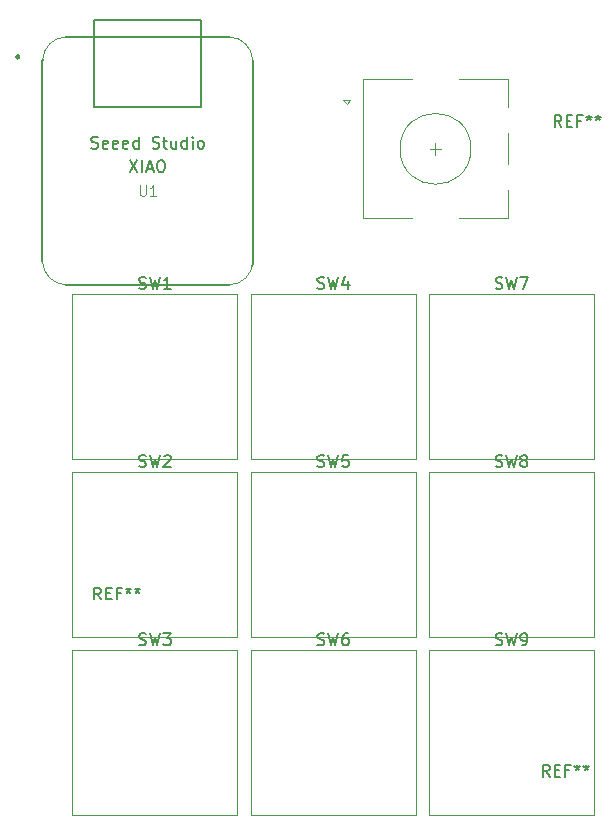
<source format=gbr>
%TF.GenerationSoftware,KiCad,Pcbnew,8.0.5*%
%TF.CreationDate,2024-10-10T18:30:33-04:00*%
%TF.ProjectId,Hackpad-Kicad,4861636b-7061-4642-9d4b-696361642e6b,rev?*%
%TF.SameCoordinates,Original*%
%TF.FileFunction,Legend,Top*%
%TF.FilePolarity,Positive*%
%FSLAX46Y46*%
G04 Gerber Fmt 4.6, Leading zero omitted, Abs format (unit mm)*
G04 Created by KiCad (PCBNEW 8.0.5) date 2024-10-10 18:30:33*
%MOMM*%
%LPD*%
G01*
G04 APERTURE LIST*
%ADD10C,0.150000*%
%ADD11C,0.101600*%
%ADD12C,0.120000*%
%ADD13C,0.127000*%
%ADD14C,0.254000*%
%ADD15C,0.025400*%
G04 APERTURE END LIST*
D10*
X118916667Y-72903200D02*
X119059524Y-72950819D01*
X119059524Y-72950819D02*
X119297619Y-72950819D01*
X119297619Y-72950819D02*
X119392857Y-72903200D01*
X119392857Y-72903200D02*
X119440476Y-72855580D01*
X119440476Y-72855580D02*
X119488095Y-72760342D01*
X119488095Y-72760342D02*
X119488095Y-72665104D01*
X119488095Y-72665104D02*
X119440476Y-72569866D01*
X119440476Y-72569866D02*
X119392857Y-72522247D01*
X119392857Y-72522247D02*
X119297619Y-72474628D01*
X119297619Y-72474628D02*
X119107143Y-72427009D01*
X119107143Y-72427009D02*
X119011905Y-72379390D01*
X119011905Y-72379390D02*
X118964286Y-72331771D01*
X118964286Y-72331771D02*
X118916667Y-72236533D01*
X118916667Y-72236533D02*
X118916667Y-72141295D01*
X118916667Y-72141295D02*
X118964286Y-72046057D01*
X118964286Y-72046057D02*
X119011905Y-71998438D01*
X119011905Y-71998438D02*
X119107143Y-71950819D01*
X119107143Y-71950819D02*
X119345238Y-71950819D01*
X119345238Y-71950819D02*
X119488095Y-71998438D01*
X119821429Y-71950819D02*
X120059524Y-72950819D01*
X120059524Y-72950819D02*
X120250000Y-72236533D01*
X120250000Y-72236533D02*
X120440476Y-72950819D01*
X120440476Y-72950819D02*
X120678572Y-71950819D01*
X121583333Y-72950819D02*
X121011905Y-72950819D01*
X121297619Y-72950819D02*
X121297619Y-71950819D01*
X121297619Y-71950819D02*
X121202381Y-72093676D01*
X121202381Y-72093676D02*
X121107143Y-72188914D01*
X121107143Y-72188914D02*
X121011905Y-72236533D01*
X149096667Y-103083200D02*
X149239524Y-103130819D01*
X149239524Y-103130819D02*
X149477619Y-103130819D01*
X149477619Y-103130819D02*
X149572857Y-103083200D01*
X149572857Y-103083200D02*
X149620476Y-103035580D01*
X149620476Y-103035580D02*
X149668095Y-102940342D01*
X149668095Y-102940342D02*
X149668095Y-102845104D01*
X149668095Y-102845104D02*
X149620476Y-102749866D01*
X149620476Y-102749866D02*
X149572857Y-102702247D01*
X149572857Y-102702247D02*
X149477619Y-102654628D01*
X149477619Y-102654628D02*
X149287143Y-102607009D01*
X149287143Y-102607009D02*
X149191905Y-102559390D01*
X149191905Y-102559390D02*
X149144286Y-102511771D01*
X149144286Y-102511771D02*
X149096667Y-102416533D01*
X149096667Y-102416533D02*
X149096667Y-102321295D01*
X149096667Y-102321295D02*
X149144286Y-102226057D01*
X149144286Y-102226057D02*
X149191905Y-102178438D01*
X149191905Y-102178438D02*
X149287143Y-102130819D01*
X149287143Y-102130819D02*
X149525238Y-102130819D01*
X149525238Y-102130819D02*
X149668095Y-102178438D01*
X150001429Y-102130819D02*
X150239524Y-103130819D01*
X150239524Y-103130819D02*
X150430000Y-102416533D01*
X150430000Y-102416533D02*
X150620476Y-103130819D01*
X150620476Y-103130819D02*
X150858572Y-102130819D01*
X151287143Y-103130819D02*
X151477619Y-103130819D01*
X151477619Y-103130819D02*
X151572857Y-103083200D01*
X151572857Y-103083200D02*
X151620476Y-103035580D01*
X151620476Y-103035580D02*
X151715714Y-102892723D01*
X151715714Y-102892723D02*
X151763333Y-102702247D01*
X151763333Y-102702247D02*
X151763333Y-102321295D01*
X151763333Y-102321295D02*
X151715714Y-102226057D01*
X151715714Y-102226057D02*
X151668095Y-102178438D01*
X151668095Y-102178438D02*
X151572857Y-102130819D01*
X151572857Y-102130819D02*
X151382381Y-102130819D01*
X151382381Y-102130819D02*
X151287143Y-102178438D01*
X151287143Y-102178438D02*
X151239524Y-102226057D01*
X151239524Y-102226057D02*
X151191905Y-102321295D01*
X151191905Y-102321295D02*
X151191905Y-102559390D01*
X151191905Y-102559390D02*
X151239524Y-102654628D01*
X151239524Y-102654628D02*
X151287143Y-102702247D01*
X151287143Y-102702247D02*
X151382381Y-102749866D01*
X151382381Y-102749866D02*
X151572857Y-102749866D01*
X151572857Y-102749866D02*
X151668095Y-102702247D01*
X151668095Y-102702247D02*
X151715714Y-102654628D01*
X151715714Y-102654628D02*
X151763333Y-102559390D01*
X134006667Y-72903200D02*
X134149524Y-72950819D01*
X134149524Y-72950819D02*
X134387619Y-72950819D01*
X134387619Y-72950819D02*
X134482857Y-72903200D01*
X134482857Y-72903200D02*
X134530476Y-72855580D01*
X134530476Y-72855580D02*
X134578095Y-72760342D01*
X134578095Y-72760342D02*
X134578095Y-72665104D01*
X134578095Y-72665104D02*
X134530476Y-72569866D01*
X134530476Y-72569866D02*
X134482857Y-72522247D01*
X134482857Y-72522247D02*
X134387619Y-72474628D01*
X134387619Y-72474628D02*
X134197143Y-72427009D01*
X134197143Y-72427009D02*
X134101905Y-72379390D01*
X134101905Y-72379390D02*
X134054286Y-72331771D01*
X134054286Y-72331771D02*
X134006667Y-72236533D01*
X134006667Y-72236533D02*
X134006667Y-72141295D01*
X134006667Y-72141295D02*
X134054286Y-72046057D01*
X134054286Y-72046057D02*
X134101905Y-71998438D01*
X134101905Y-71998438D02*
X134197143Y-71950819D01*
X134197143Y-71950819D02*
X134435238Y-71950819D01*
X134435238Y-71950819D02*
X134578095Y-71998438D01*
X134911429Y-71950819D02*
X135149524Y-72950819D01*
X135149524Y-72950819D02*
X135340000Y-72236533D01*
X135340000Y-72236533D02*
X135530476Y-72950819D01*
X135530476Y-72950819D02*
X135768572Y-71950819D01*
X136578095Y-72284152D02*
X136578095Y-72950819D01*
X136340000Y-71903200D02*
X136101905Y-72617485D01*
X136101905Y-72617485D02*
X136720952Y-72617485D01*
X134006667Y-87993200D02*
X134149524Y-88040819D01*
X134149524Y-88040819D02*
X134387619Y-88040819D01*
X134387619Y-88040819D02*
X134482857Y-87993200D01*
X134482857Y-87993200D02*
X134530476Y-87945580D01*
X134530476Y-87945580D02*
X134578095Y-87850342D01*
X134578095Y-87850342D02*
X134578095Y-87755104D01*
X134578095Y-87755104D02*
X134530476Y-87659866D01*
X134530476Y-87659866D02*
X134482857Y-87612247D01*
X134482857Y-87612247D02*
X134387619Y-87564628D01*
X134387619Y-87564628D02*
X134197143Y-87517009D01*
X134197143Y-87517009D02*
X134101905Y-87469390D01*
X134101905Y-87469390D02*
X134054286Y-87421771D01*
X134054286Y-87421771D02*
X134006667Y-87326533D01*
X134006667Y-87326533D02*
X134006667Y-87231295D01*
X134006667Y-87231295D02*
X134054286Y-87136057D01*
X134054286Y-87136057D02*
X134101905Y-87088438D01*
X134101905Y-87088438D02*
X134197143Y-87040819D01*
X134197143Y-87040819D02*
X134435238Y-87040819D01*
X134435238Y-87040819D02*
X134578095Y-87088438D01*
X134911429Y-87040819D02*
X135149524Y-88040819D01*
X135149524Y-88040819D02*
X135340000Y-87326533D01*
X135340000Y-87326533D02*
X135530476Y-88040819D01*
X135530476Y-88040819D02*
X135768572Y-87040819D01*
X136625714Y-87040819D02*
X136149524Y-87040819D01*
X136149524Y-87040819D02*
X136101905Y-87517009D01*
X136101905Y-87517009D02*
X136149524Y-87469390D01*
X136149524Y-87469390D02*
X136244762Y-87421771D01*
X136244762Y-87421771D02*
X136482857Y-87421771D01*
X136482857Y-87421771D02*
X136578095Y-87469390D01*
X136578095Y-87469390D02*
X136625714Y-87517009D01*
X136625714Y-87517009D02*
X136673333Y-87612247D01*
X136673333Y-87612247D02*
X136673333Y-87850342D01*
X136673333Y-87850342D02*
X136625714Y-87945580D01*
X136625714Y-87945580D02*
X136578095Y-87993200D01*
X136578095Y-87993200D02*
X136482857Y-88040819D01*
X136482857Y-88040819D02*
X136244762Y-88040819D01*
X136244762Y-88040819D02*
X136149524Y-87993200D01*
X136149524Y-87993200D02*
X136101905Y-87945580D01*
D11*
X118947666Y-64176985D02*
X118947666Y-64896652D01*
X118947666Y-64896652D02*
X118990000Y-64981318D01*
X118990000Y-64981318D02*
X119032333Y-65023652D01*
X119032333Y-65023652D02*
X119117000Y-65065985D01*
X119117000Y-65065985D02*
X119286333Y-65065985D01*
X119286333Y-65065985D02*
X119371000Y-65023652D01*
X119371000Y-65023652D02*
X119413333Y-64981318D01*
X119413333Y-64981318D02*
X119455666Y-64896652D01*
X119455666Y-64896652D02*
X119455666Y-64176985D01*
X120344666Y-65065985D02*
X119836666Y-65065985D01*
X120090666Y-65065985D02*
X120090666Y-64176985D01*
X120090666Y-64176985D02*
X120005999Y-64303985D01*
X120005999Y-64303985D02*
X119921333Y-64388652D01*
X119921333Y-64388652D02*
X119836666Y-64430985D01*
D10*
X114863095Y-61027200D02*
X115005952Y-61074819D01*
X115005952Y-61074819D02*
X115244047Y-61074819D01*
X115244047Y-61074819D02*
X115339285Y-61027200D01*
X115339285Y-61027200D02*
X115386904Y-60979580D01*
X115386904Y-60979580D02*
X115434523Y-60884342D01*
X115434523Y-60884342D02*
X115434523Y-60789104D01*
X115434523Y-60789104D02*
X115386904Y-60693866D01*
X115386904Y-60693866D02*
X115339285Y-60646247D01*
X115339285Y-60646247D02*
X115244047Y-60598628D01*
X115244047Y-60598628D02*
X115053571Y-60551009D01*
X115053571Y-60551009D02*
X114958333Y-60503390D01*
X114958333Y-60503390D02*
X114910714Y-60455771D01*
X114910714Y-60455771D02*
X114863095Y-60360533D01*
X114863095Y-60360533D02*
X114863095Y-60265295D01*
X114863095Y-60265295D02*
X114910714Y-60170057D01*
X114910714Y-60170057D02*
X114958333Y-60122438D01*
X114958333Y-60122438D02*
X115053571Y-60074819D01*
X115053571Y-60074819D02*
X115291666Y-60074819D01*
X115291666Y-60074819D02*
X115434523Y-60122438D01*
X116244047Y-61027200D02*
X116148809Y-61074819D01*
X116148809Y-61074819D02*
X115958333Y-61074819D01*
X115958333Y-61074819D02*
X115863095Y-61027200D01*
X115863095Y-61027200D02*
X115815476Y-60931961D01*
X115815476Y-60931961D02*
X115815476Y-60551009D01*
X115815476Y-60551009D02*
X115863095Y-60455771D01*
X115863095Y-60455771D02*
X115958333Y-60408152D01*
X115958333Y-60408152D02*
X116148809Y-60408152D01*
X116148809Y-60408152D02*
X116244047Y-60455771D01*
X116244047Y-60455771D02*
X116291666Y-60551009D01*
X116291666Y-60551009D02*
X116291666Y-60646247D01*
X116291666Y-60646247D02*
X115815476Y-60741485D01*
X117101190Y-61027200D02*
X117005952Y-61074819D01*
X117005952Y-61074819D02*
X116815476Y-61074819D01*
X116815476Y-61074819D02*
X116720238Y-61027200D01*
X116720238Y-61027200D02*
X116672619Y-60931961D01*
X116672619Y-60931961D02*
X116672619Y-60551009D01*
X116672619Y-60551009D02*
X116720238Y-60455771D01*
X116720238Y-60455771D02*
X116815476Y-60408152D01*
X116815476Y-60408152D02*
X117005952Y-60408152D01*
X117005952Y-60408152D02*
X117101190Y-60455771D01*
X117101190Y-60455771D02*
X117148809Y-60551009D01*
X117148809Y-60551009D02*
X117148809Y-60646247D01*
X117148809Y-60646247D02*
X116672619Y-60741485D01*
X117958333Y-61027200D02*
X117863095Y-61074819D01*
X117863095Y-61074819D02*
X117672619Y-61074819D01*
X117672619Y-61074819D02*
X117577381Y-61027200D01*
X117577381Y-61027200D02*
X117529762Y-60931961D01*
X117529762Y-60931961D02*
X117529762Y-60551009D01*
X117529762Y-60551009D02*
X117577381Y-60455771D01*
X117577381Y-60455771D02*
X117672619Y-60408152D01*
X117672619Y-60408152D02*
X117863095Y-60408152D01*
X117863095Y-60408152D02*
X117958333Y-60455771D01*
X117958333Y-60455771D02*
X118005952Y-60551009D01*
X118005952Y-60551009D02*
X118005952Y-60646247D01*
X118005952Y-60646247D02*
X117529762Y-60741485D01*
X118863095Y-61074819D02*
X118863095Y-60074819D01*
X118863095Y-61027200D02*
X118767857Y-61074819D01*
X118767857Y-61074819D02*
X118577381Y-61074819D01*
X118577381Y-61074819D02*
X118482143Y-61027200D01*
X118482143Y-61027200D02*
X118434524Y-60979580D01*
X118434524Y-60979580D02*
X118386905Y-60884342D01*
X118386905Y-60884342D02*
X118386905Y-60598628D01*
X118386905Y-60598628D02*
X118434524Y-60503390D01*
X118434524Y-60503390D02*
X118482143Y-60455771D01*
X118482143Y-60455771D02*
X118577381Y-60408152D01*
X118577381Y-60408152D02*
X118767857Y-60408152D01*
X118767857Y-60408152D02*
X118863095Y-60455771D01*
X120053572Y-61027200D02*
X120196429Y-61074819D01*
X120196429Y-61074819D02*
X120434524Y-61074819D01*
X120434524Y-61074819D02*
X120529762Y-61027200D01*
X120529762Y-61027200D02*
X120577381Y-60979580D01*
X120577381Y-60979580D02*
X120625000Y-60884342D01*
X120625000Y-60884342D02*
X120625000Y-60789104D01*
X120625000Y-60789104D02*
X120577381Y-60693866D01*
X120577381Y-60693866D02*
X120529762Y-60646247D01*
X120529762Y-60646247D02*
X120434524Y-60598628D01*
X120434524Y-60598628D02*
X120244048Y-60551009D01*
X120244048Y-60551009D02*
X120148810Y-60503390D01*
X120148810Y-60503390D02*
X120101191Y-60455771D01*
X120101191Y-60455771D02*
X120053572Y-60360533D01*
X120053572Y-60360533D02*
X120053572Y-60265295D01*
X120053572Y-60265295D02*
X120101191Y-60170057D01*
X120101191Y-60170057D02*
X120148810Y-60122438D01*
X120148810Y-60122438D02*
X120244048Y-60074819D01*
X120244048Y-60074819D02*
X120482143Y-60074819D01*
X120482143Y-60074819D02*
X120625000Y-60122438D01*
X120910715Y-60408152D02*
X121291667Y-60408152D01*
X121053572Y-60074819D02*
X121053572Y-60931961D01*
X121053572Y-60931961D02*
X121101191Y-61027200D01*
X121101191Y-61027200D02*
X121196429Y-61074819D01*
X121196429Y-61074819D02*
X121291667Y-61074819D01*
X122053572Y-60408152D02*
X122053572Y-61074819D01*
X121625001Y-60408152D02*
X121625001Y-60931961D01*
X121625001Y-60931961D02*
X121672620Y-61027200D01*
X121672620Y-61027200D02*
X121767858Y-61074819D01*
X121767858Y-61074819D02*
X121910715Y-61074819D01*
X121910715Y-61074819D02*
X122005953Y-61027200D01*
X122005953Y-61027200D02*
X122053572Y-60979580D01*
X122958334Y-61074819D02*
X122958334Y-60074819D01*
X122958334Y-61027200D02*
X122863096Y-61074819D01*
X122863096Y-61074819D02*
X122672620Y-61074819D01*
X122672620Y-61074819D02*
X122577382Y-61027200D01*
X122577382Y-61027200D02*
X122529763Y-60979580D01*
X122529763Y-60979580D02*
X122482144Y-60884342D01*
X122482144Y-60884342D02*
X122482144Y-60598628D01*
X122482144Y-60598628D02*
X122529763Y-60503390D01*
X122529763Y-60503390D02*
X122577382Y-60455771D01*
X122577382Y-60455771D02*
X122672620Y-60408152D01*
X122672620Y-60408152D02*
X122863096Y-60408152D01*
X122863096Y-60408152D02*
X122958334Y-60455771D01*
X123434525Y-61074819D02*
X123434525Y-60408152D01*
X123434525Y-60074819D02*
X123386906Y-60122438D01*
X123386906Y-60122438D02*
X123434525Y-60170057D01*
X123434525Y-60170057D02*
X123482144Y-60122438D01*
X123482144Y-60122438D02*
X123434525Y-60074819D01*
X123434525Y-60074819D02*
X123434525Y-60170057D01*
X124053572Y-61074819D02*
X123958334Y-61027200D01*
X123958334Y-61027200D02*
X123910715Y-60979580D01*
X123910715Y-60979580D02*
X123863096Y-60884342D01*
X123863096Y-60884342D02*
X123863096Y-60598628D01*
X123863096Y-60598628D02*
X123910715Y-60503390D01*
X123910715Y-60503390D02*
X123958334Y-60455771D01*
X123958334Y-60455771D02*
X124053572Y-60408152D01*
X124053572Y-60408152D02*
X124196429Y-60408152D01*
X124196429Y-60408152D02*
X124291667Y-60455771D01*
X124291667Y-60455771D02*
X124339286Y-60503390D01*
X124339286Y-60503390D02*
X124386905Y-60598628D01*
X124386905Y-60598628D02*
X124386905Y-60884342D01*
X124386905Y-60884342D02*
X124339286Y-60979580D01*
X124339286Y-60979580D02*
X124291667Y-61027200D01*
X124291667Y-61027200D02*
X124196429Y-61074819D01*
X124196429Y-61074819D02*
X124053572Y-61074819D01*
X118101191Y-62074819D02*
X118767857Y-63074819D01*
X118767857Y-62074819D02*
X118101191Y-63074819D01*
X119148810Y-63074819D02*
X119148810Y-62074819D01*
X119577381Y-62789104D02*
X120053571Y-62789104D01*
X119482143Y-63074819D02*
X119815476Y-62074819D01*
X119815476Y-62074819D02*
X120148809Y-63074819D01*
X120672619Y-62074819D02*
X120863095Y-62074819D01*
X120863095Y-62074819D02*
X120958333Y-62122438D01*
X120958333Y-62122438D02*
X121053571Y-62217676D01*
X121053571Y-62217676D02*
X121101190Y-62408152D01*
X121101190Y-62408152D02*
X121101190Y-62741485D01*
X121101190Y-62741485D02*
X121053571Y-62931961D01*
X121053571Y-62931961D02*
X120958333Y-63027200D01*
X120958333Y-63027200D02*
X120863095Y-63074819D01*
X120863095Y-63074819D02*
X120672619Y-63074819D01*
X120672619Y-63074819D02*
X120577381Y-63027200D01*
X120577381Y-63027200D02*
X120482143Y-62931961D01*
X120482143Y-62931961D02*
X120434524Y-62741485D01*
X120434524Y-62741485D02*
X120434524Y-62408152D01*
X120434524Y-62408152D02*
X120482143Y-62217676D01*
X120482143Y-62217676D02*
X120577381Y-62122438D01*
X120577381Y-62122438D02*
X120672619Y-62074819D01*
X153666666Y-114254819D02*
X153333333Y-113778628D01*
X153095238Y-114254819D02*
X153095238Y-113254819D01*
X153095238Y-113254819D02*
X153476190Y-113254819D01*
X153476190Y-113254819D02*
X153571428Y-113302438D01*
X153571428Y-113302438D02*
X153619047Y-113350057D01*
X153619047Y-113350057D02*
X153666666Y-113445295D01*
X153666666Y-113445295D02*
X153666666Y-113588152D01*
X153666666Y-113588152D02*
X153619047Y-113683390D01*
X153619047Y-113683390D02*
X153571428Y-113731009D01*
X153571428Y-113731009D02*
X153476190Y-113778628D01*
X153476190Y-113778628D02*
X153095238Y-113778628D01*
X154095238Y-113731009D02*
X154428571Y-113731009D01*
X154571428Y-114254819D02*
X154095238Y-114254819D01*
X154095238Y-114254819D02*
X154095238Y-113254819D01*
X154095238Y-113254819D02*
X154571428Y-113254819D01*
X155333333Y-113731009D02*
X155000000Y-113731009D01*
X155000000Y-114254819D02*
X155000000Y-113254819D01*
X155000000Y-113254819D02*
X155476190Y-113254819D01*
X156000000Y-113254819D02*
X156000000Y-113492914D01*
X155761905Y-113397676D02*
X156000000Y-113492914D01*
X156000000Y-113492914D02*
X156238095Y-113397676D01*
X155857143Y-113683390D02*
X156000000Y-113492914D01*
X156000000Y-113492914D02*
X156142857Y-113683390D01*
X156761905Y-113254819D02*
X156761905Y-113492914D01*
X156523810Y-113397676D02*
X156761905Y-113492914D01*
X156761905Y-113492914D02*
X157000000Y-113397676D01*
X156619048Y-113683390D02*
X156761905Y-113492914D01*
X156761905Y-113492914D02*
X156904762Y-113683390D01*
X134006667Y-103083200D02*
X134149524Y-103130819D01*
X134149524Y-103130819D02*
X134387619Y-103130819D01*
X134387619Y-103130819D02*
X134482857Y-103083200D01*
X134482857Y-103083200D02*
X134530476Y-103035580D01*
X134530476Y-103035580D02*
X134578095Y-102940342D01*
X134578095Y-102940342D02*
X134578095Y-102845104D01*
X134578095Y-102845104D02*
X134530476Y-102749866D01*
X134530476Y-102749866D02*
X134482857Y-102702247D01*
X134482857Y-102702247D02*
X134387619Y-102654628D01*
X134387619Y-102654628D02*
X134197143Y-102607009D01*
X134197143Y-102607009D02*
X134101905Y-102559390D01*
X134101905Y-102559390D02*
X134054286Y-102511771D01*
X134054286Y-102511771D02*
X134006667Y-102416533D01*
X134006667Y-102416533D02*
X134006667Y-102321295D01*
X134006667Y-102321295D02*
X134054286Y-102226057D01*
X134054286Y-102226057D02*
X134101905Y-102178438D01*
X134101905Y-102178438D02*
X134197143Y-102130819D01*
X134197143Y-102130819D02*
X134435238Y-102130819D01*
X134435238Y-102130819D02*
X134578095Y-102178438D01*
X134911429Y-102130819D02*
X135149524Y-103130819D01*
X135149524Y-103130819D02*
X135340000Y-102416533D01*
X135340000Y-102416533D02*
X135530476Y-103130819D01*
X135530476Y-103130819D02*
X135768572Y-102130819D01*
X136578095Y-102130819D02*
X136387619Y-102130819D01*
X136387619Y-102130819D02*
X136292381Y-102178438D01*
X136292381Y-102178438D02*
X136244762Y-102226057D01*
X136244762Y-102226057D02*
X136149524Y-102368914D01*
X136149524Y-102368914D02*
X136101905Y-102559390D01*
X136101905Y-102559390D02*
X136101905Y-102940342D01*
X136101905Y-102940342D02*
X136149524Y-103035580D01*
X136149524Y-103035580D02*
X136197143Y-103083200D01*
X136197143Y-103083200D02*
X136292381Y-103130819D01*
X136292381Y-103130819D02*
X136482857Y-103130819D01*
X136482857Y-103130819D02*
X136578095Y-103083200D01*
X136578095Y-103083200D02*
X136625714Y-103035580D01*
X136625714Y-103035580D02*
X136673333Y-102940342D01*
X136673333Y-102940342D02*
X136673333Y-102702247D01*
X136673333Y-102702247D02*
X136625714Y-102607009D01*
X136625714Y-102607009D02*
X136578095Y-102559390D01*
X136578095Y-102559390D02*
X136482857Y-102511771D01*
X136482857Y-102511771D02*
X136292381Y-102511771D01*
X136292381Y-102511771D02*
X136197143Y-102559390D01*
X136197143Y-102559390D02*
X136149524Y-102607009D01*
X136149524Y-102607009D02*
X136101905Y-102702247D01*
X154666666Y-59254819D02*
X154333333Y-58778628D01*
X154095238Y-59254819D02*
X154095238Y-58254819D01*
X154095238Y-58254819D02*
X154476190Y-58254819D01*
X154476190Y-58254819D02*
X154571428Y-58302438D01*
X154571428Y-58302438D02*
X154619047Y-58350057D01*
X154619047Y-58350057D02*
X154666666Y-58445295D01*
X154666666Y-58445295D02*
X154666666Y-58588152D01*
X154666666Y-58588152D02*
X154619047Y-58683390D01*
X154619047Y-58683390D02*
X154571428Y-58731009D01*
X154571428Y-58731009D02*
X154476190Y-58778628D01*
X154476190Y-58778628D02*
X154095238Y-58778628D01*
X155095238Y-58731009D02*
X155428571Y-58731009D01*
X155571428Y-59254819D02*
X155095238Y-59254819D01*
X155095238Y-59254819D02*
X155095238Y-58254819D01*
X155095238Y-58254819D02*
X155571428Y-58254819D01*
X156333333Y-58731009D02*
X156000000Y-58731009D01*
X156000000Y-59254819D02*
X156000000Y-58254819D01*
X156000000Y-58254819D02*
X156476190Y-58254819D01*
X157000000Y-58254819D02*
X157000000Y-58492914D01*
X156761905Y-58397676D02*
X157000000Y-58492914D01*
X157000000Y-58492914D02*
X157238095Y-58397676D01*
X156857143Y-58683390D02*
X157000000Y-58492914D01*
X157000000Y-58492914D02*
X157142857Y-58683390D01*
X157761905Y-58254819D02*
X157761905Y-58492914D01*
X157523810Y-58397676D02*
X157761905Y-58492914D01*
X157761905Y-58492914D02*
X158000000Y-58397676D01*
X157619048Y-58683390D02*
X157761905Y-58492914D01*
X157761905Y-58492914D02*
X157904762Y-58683390D01*
X118916667Y-103083200D02*
X119059524Y-103130819D01*
X119059524Y-103130819D02*
X119297619Y-103130819D01*
X119297619Y-103130819D02*
X119392857Y-103083200D01*
X119392857Y-103083200D02*
X119440476Y-103035580D01*
X119440476Y-103035580D02*
X119488095Y-102940342D01*
X119488095Y-102940342D02*
X119488095Y-102845104D01*
X119488095Y-102845104D02*
X119440476Y-102749866D01*
X119440476Y-102749866D02*
X119392857Y-102702247D01*
X119392857Y-102702247D02*
X119297619Y-102654628D01*
X119297619Y-102654628D02*
X119107143Y-102607009D01*
X119107143Y-102607009D02*
X119011905Y-102559390D01*
X119011905Y-102559390D02*
X118964286Y-102511771D01*
X118964286Y-102511771D02*
X118916667Y-102416533D01*
X118916667Y-102416533D02*
X118916667Y-102321295D01*
X118916667Y-102321295D02*
X118964286Y-102226057D01*
X118964286Y-102226057D02*
X119011905Y-102178438D01*
X119011905Y-102178438D02*
X119107143Y-102130819D01*
X119107143Y-102130819D02*
X119345238Y-102130819D01*
X119345238Y-102130819D02*
X119488095Y-102178438D01*
X119821429Y-102130819D02*
X120059524Y-103130819D01*
X120059524Y-103130819D02*
X120250000Y-102416533D01*
X120250000Y-102416533D02*
X120440476Y-103130819D01*
X120440476Y-103130819D02*
X120678572Y-102130819D01*
X120964286Y-102130819D02*
X121583333Y-102130819D01*
X121583333Y-102130819D02*
X121250000Y-102511771D01*
X121250000Y-102511771D02*
X121392857Y-102511771D01*
X121392857Y-102511771D02*
X121488095Y-102559390D01*
X121488095Y-102559390D02*
X121535714Y-102607009D01*
X121535714Y-102607009D02*
X121583333Y-102702247D01*
X121583333Y-102702247D02*
X121583333Y-102940342D01*
X121583333Y-102940342D02*
X121535714Y-103035580D01*
X121535714Y-103035580D02*
X121488095Y-103083200D01*
X121488095Y-103083200D02*
X121392857Y-103130819D01*
X121392857Y-103130819D02*
X121107143Y-103130819D01*
X121107143Y-103130819D02*
X121011905Y-103083200D01*
X121011905Y-103083200D02*
X120964286Y-103035580D01*
X118916667Y-87993200D02*
X119059524Y-88040819D01*
X119059524Y-88040819D02*
X119297619Y-88040819D01*
X119297619Y-88040819D02*
X119392857Y-87993200D01*
X119392857Y-87993200D02*
X119440476Y-87945580D01*
X119440476Y-87945580D02*
X119488095Y-87850342D01*
X119488095Y-87850342D02*
X119488095Y-87755104D01*
X119488095Y-87755104D02*
X119440476Y-87659866D01*
X119440476Y-87659866D02*
X119392857Y-87612247D01*
X119392857Y-87612247D02*
X119297619Y-87564628D01*
X119297619Y-87564628D02*
X119107143Y-87517009D01*
X119107143Y-87517009D02*
X119011905Y-87469390D01*
X119011905Y-87469390D02*
X118964286Y-87421771D01*
X118964286Y-87421771D02*
X118916667Y-87326533D01*
X118916667Y-87326533D02*
X118916667Y-87231295D01*
X118916667Y-87231295D02*
X118964286Y-87136057D01*
X118964286Y-87136057D02*
X119011905Y-87088438D01*
X119011905Y-87088438D02*
X119107143Y-87040819D01*
X119107143Y-87040819D02*
X119345238Y-87040819D01*
X119345238Y-87040819D02*
X119488095Y-87088438D01*
X119821429Y-87040819D02*
X120059524Y-88040819D01*
X120059524Y-88040819D02*
X120250000Y-87326533D01*
X120250000Y-87326533D02*
X120440476Y-88040819D01*
X120440476Y-88040819D02*
X120678572Y-87040819D01*
X121011905Y-87136057D02*
X121059524Y-87088438D01*
X121059524Y-87088438D02*
X121154762Y-87040819D01*
X121154762Y-87040819D02*
X121392857Y-87040819D01*
X121392857Y-87040819D02*
X121488095Y-87088438D01*
X121488095Y-87088438D02*
X121535714Y-87136057D01*
X121535714Y-87136057D02*
X121583333Y-87231295D01*
X121583333Y-87231295D02*
X121583333Y-87326533D01*
X121583333Y-87326533D02*
X121535714Y-87469390D01*
X121535714Y-87469390D02*
X120964286Y-88040819D01*
X120964286Y-88040819D02*
X121583333Y-88040819D01*
X149096667Y-87993200D02*
X149239524Y-88040819D01*
X149239524Y-88040819D02*
X149477619Y-88040819D01*
X149477619Y-88040819D02*
X149572857Y-87993200D01*
X149572857Y-87993200D02*
X149620476Y-87945580D01*
X149620476Y-87945580D02*
X149668095Y-87850342D01*
X149668095Y-87850342D02*
X149668095Y-87755104D01*
X149668095Y-87755104D02*
X149620476Y-87659866D01*
X149620476Y-87659866D02*
X149572857Y-87612247D01*
X149572857Y-87612247D02*
X149477619Y-87564628D01*
X149477619Y-87564628D02*
X149287143Y-87517009D01*
X149287143Y-87517009D02*
X149191905Y-87469390D01*
X149191905Y-87469390D02*
X149144286Y-87421771D01*
X149144286Y-87421771D02*
X149096667Y-87326533D01*
X149096667Y-87326533D02*
X149096667Y-87231295D01*
X149096667Y-87231295D02*
X149144286Y-87136057D01*
X149144286Y-87136057D02*
X149191905Y-87088438D01*
X149191905Y-87088438D02*
X149287143Y-87040819D01*
X149287143Y-87040819D02*
X149525238Y-87040819D01*
X149525238Y-87040819D02*
X149668095Y-87088438D01*
X150001429Y-87040819D02*
X150239524Y-88040819D01*
X150239524Y-88040819D02*
X150430000Y-87326533D01*
X150430000Y-87326533D02*
X150620476Y-88040819D01*
X150620476Y-88040819D02*
X150858572Y-87040819D01*
X151382381Y-87469390D02*
X151287143Y-87421771D01*
X151287143Y-87421771D02*
X151239524Y-87374152D01*
X151239524Y-87374152D02*
X151191905Y-87278914D01*
X151191905Y-87278914D02*
X151191905Y-87231295D01*
X151191905Y-87231295D02*
X151239524Y-87136057D01*
X151239524Y-87136057D02*
X151287143Y-87088438D01*
X151287143Y-87088438D02*
X151382381Y-87040819D01*
X151382381Y-87040819D02*
X151572857Y-87040819D01*
X151572857Y-87040819D02*
X151668095Y-87088438D01*
X151668095Y-87088438D02*
X151715714Y-87136057D01*
X151715714Y-87136057D02*
X151763333Y-87231295D01*
X151763333Y-87231295D02*
X151763333Y-87278914D01*
X151763333Y-87278914D02*
X151715714Y-87374152D01*
X151715714Y-87374152D02*
X151668095Y-87421771D01*
X151668095Y-87421771D02*
X151572857Y-87469390D01*
X151572857Y-87469390D02*
X151382381Y-87469390D01*
X151382381Y-87469390D02*
X151287143Y-87517009D01*
X151287143Y-87517009D02*
X151239524Y-87564628D01*
X151239524Y-87564628D02*
X151191905Y-87659866D01*
X151191905Y-87659866D02*
X151191905Y-87850342D01*
X151191905Y-87850342D02*
X151239524Y-87945580D01*
X151239524Y-87945580D02*
X151287143Y-87993200D01*
X151287143Y-87993200D02*
X151382381Y-88040819D01*
X151382381Y-88040819D02*
X151572857Y-88040819D01*
X151572857Y-88040819D02*
X151668095Y-87993200D01*
X151668095Y-87993200D02*
X151715714Y-87945580D01*
X151715714Y-87945580D02*
X151763333Y-87850342D01*
X151763333Y-87850342D02*
X151763333Y-87659866D01*
X151763333Y-87659866D02*
X151715714Y-87564628D01*
X151715714Y-87564628D02*
X151668095Y-87517009D01*
X151668095Y-87517009D02*
X151572857Y-87469390D01*
X149096667Y-72903200D02*
X149239524Y-72950819D01*
X149239524Y-72950819D02*
X149477619Y-72950819D01*
X149477619Y-72950819D02*
X149572857Y-72903200D01*
X149572857Y-72903200D02*
X149620476Y-72855580D01*
X149620476Y-72855580D02*
X149668095Y-72760342D01*
X149668095Y-72760342D02*
X149668095Y-72665104D01*
X149668095Y-72665104D02*
X149620476Y-72569866D01*
X149620476Y-72569866D02*
X149572857Y-72522247D01*
X149572857Y-72522247D02*
X149477619Y-72474628D01*
X149477619Y-72474628D02*
X149287143Y-72427009D01*
X149287143Y-72427009D02*
X149191905Y-72379390D01*
X149191905Y-72379390D02*
X149144286Y-72331771D01*
X149144286Y-72331771D02*
X149096667Y-72236533D01*
X149096667Y-72236533D02*
X149096667Y-72141295D01*
X149096667Y-72141295D02*
X149144286Y-72046057D01*
X149144286Y-72046057D02*
X149191905Y-71998438D01*
X149191905Y-71998438D02*
X149287143Y-71950819D01*
X149287143Y-71950819D02*
X149525238Y-71950819D01*
X149525238Y-71950819D02*
X149668095Y-71998438D01*
X150001429Y-71950819D02*
X150239524Y-72950819D01*
X150239524Y-72950819D02*
X150430000Y-72236533D01*
X150430000Y-72236533D02*
X150620476Y-72950819D01*
X150620476Y-72950819D02*
X150858572Y-71950819D01*
X151144286Y-71950819D02*
X151810952Y-71950819D01*
X151810952Y-71950819D02*
X151382381Y-72950819D01*
X115666666Y-99254819D02*
X115333333Y-98778628D01*
X115095238Y-99254819D02*
X115095238Y-98254819D01*
X115095238Y-98254819D02*
X115476190Y-98254819D01*
X115476190Y-98254819D02*
X115571428Y-98302438D01*
X115571428Y-98302438D02*
X115619047Y-98350057D01*
X115619047Y-98350057D02*
X115666666Y-98445295D01*
X115666666Y-98445295D02*
X115666666Y-98588152D01*
X115666666Y-98588152D02*
X115619047Y-98683390D01*
X115619047Y-98683390D02*
X115571428Y-98731009D01*
X115571428Y-98731009D02*
X115476190Y-98778628D01*
X115476190Y-98778628D02*
X115095238Y-98778628D01*
X116095238Y-98731009D02*
X116428571Y-98731009D01*
X116571428Y-99254819D02*
X116095238Y-99254819D01*
X116095238Y-99254819D02*
X116095238Y-98254819D01*
X116095238Y-98254819D02*
X116571428Y-98254819D01*
X117333333Y-98731009D02*
X117000000Y-98731009D01*
X117000000Y-99254819D02*
X117000000Y-98254819D01*
X117000000Y-98254819D02*
X117476190Y-98254819D01*
X118000000Y-98254819D02*
X118000000Y-98492914D01*
X117761905Y-98397676D02*
X118000000Y-98492914D01*
X118000000Y-98492914D02*
X118238095Y-98397676D01*
X117857143Y-98683390D02*
X118000000Y-98492914D01*
X118000000Y-98492914D02*
X118142857Y-98683390D01*
X118761905Y-98254819D02*
X118761905Y-98492914D01*
X118523810Y-98397676D02*
X118761905Y-98492914D01*
X118761905Y-98492914D02*
X119000000Y-98397676D01*
X118619048Y-98683390D02*
X118761905Y-98492914D01*
X118761905Y-98492914D02*
X118904762Y-98683390D01*
D12*
%TO.C,SW1*%
X113265000Y-73385000D02*
X127235000Y-73385000D01*
X113265000Y-87355000D02*
X113265000Y-73385000D01*
X127235000Y-73385000D02*
X127235000Y-87355000D01*
X127235000Y-87355000D02*
X113265000Y-87355000D01*
%TO.C,SW9*%
X143445000Y-103565000D02*
X157415000Y-103565000D01*
X143445000Y-117535000D02*
X143445000Y-103565000D01*
X157415000Y-103565000D02*
X157415000Y-117535000D01*
X157415000Y-117535000D02*
X143445000Y-117535000D01*
%TO.C,SW4*%
X128355000Y-73385000D02*
X142325000Y-73385000D01*
X128355000Y-87355000D02*
X128355000Y-73385000D01*
X142325000Y-73385000D02*
X142325000Y-87355000D01*
X142325000Y-87355000D02*
X128355000Y-87355000D01*
%TO.C,SW5*%
X128355000Y-88475000D02*
X142325000Y-88475000D01*
X128355000Y-102445000D02*
X128355000Y-88475000D01*
X142325000Y-88475000D02*
X142325000Y-102445000D01*
X142325000Y-102445000D02*
X128355000Y-102445000D01*
D13*
%TO.C,U1*%
X110725000Y-53620000D02*
X110725000Y-70620000D01*
X112725000Y-72620000D02*
X126525000Y-72620000D01*
X115125000Y-50195970D02*
X124125000Y-50195970D01*
X115125000Y-57549270D02*
X115125000Y-50195970D01*
X124125000Y-50195970D02*
X124125000Y-57549270D01*
X124125000Y-57549270D02*
X115125000Y-57549270D01*
X126525000Y-51620910D02*
X112725000Y-51620910D01*
X128525000Y-70620000D02*
X128525000Y-53620000D01*
D12*
X110725000Y-53620000D02*
G75*
G02*
X112725000Y-51620000I2044612J-44612D01*
G01*
X112725000Y-72620000D02*
G75*
G02*
X110725000Y-70620000I44857J2044857D01*
G01*
X126525000Y-51620000D02*
G75*
G02*
X128525000Y-53620000I-44600J-2044600D01*
G01*
X128525000Y-70620000D02*
G75*
G02*
X126525000Y-72620000I-2000000J0D01*
G01*
D14*
X108752000Y-53320000D02*
G75*
G02*
X108498000Y-53320000I-127000J0D01*
G01*
X108498000Y-53320000D02*
G75*
G02*
X108752000Y-53320000I127000J0D01*
G01*
D15*
X110737285Y-53558295D02*
X110740333Y-53509527D01*
X110744397Y-53460506D01*
X110737285Y-53558295D01*
X128512713Y-70690850D02*
X128509665Y-70739618D01*
X128505601Y-70788639D01*
X128500268Y-70837407D01*
X128493664Y-70886175D01*
X128486044Y-70934690D01*
X128477153Y-70982950D01*
X128467248Y-71030955D01*
X128514492Y-70641574D01*
X128512713Y-70690850D01*
D12*
%TO.C,SW10*%
X136200000Y-57000000D02*
X136800000Y-57000000D01*
X136500000Y-57300000D02*
X136200000Y-57000000D01*
X136800000Y-57000000D02*
X136500000Y-57300000D01*
X137900000Y-55200000D02*
X137900000Y-67000000D01*
X142000000Y-55200000D02*
X137900000Y-55200000D01*
X142000000Y-67000000D02*
X137900000Y-67000000D01*
X143500000Y-61100000D02*
X144500000Y-61100000D01*
X144000000Y-60600000D02*
X144000000Y-61600000D01*
X146000000Y-55200000D02*
X150100000Y-55200000D01*
X150100000Y-55200000D02*
X150100000Y-57600000D01*
X150100000Y-59800000D02*
X150100000Y-62400000D01*
X150100000Y-64600000D02*
X150100000Y-67000000D01*
X150100000Y-67000000D02*
X146000000Y-67000000D01*
X147000000Y-61100000D02*
G75*
G02*
X141000000Y-61100000I-3000000J0D01*
G01*
X141000000Y-61100000D02*
G75*
G02*
X147000000Y-61100000I3000000J0D01*
G01*
%TO.C,SW6*%
X128355000Y-103565000D02*
X142325000Y-103565000D01*
X128355000Y-117535000D02*
X128355000Y-103565000D01*
X142325000Y-103565000D02*
X142325000Y-117535000D01*
X142325000Y-117535000D02*
X128355000Y-117535000D01*
%TO.C,SW3*%
X113265000Y-103565000D02*
X127235000Y-103565000D01*
X113265000Y-117535000D02*
X113265000Y-103565000D01*
X127235000Y-103565000D02*
X127235000Y-117535000D01*
X127235000Y-117535000D02*
X113265000Y-117535000D01*
%TO.C,SW2*%
X113265000Y-88475000D02*
X127235000Y-88475000D01*
X113265000Y-102445000D02*
X113265000Y-88475000D01*
X127235000Y-88475000D02*
X127235000Y-102445000D01*
X127235000Y-102445000D02*
X113265000Y-102445000D01*
%TO.C,SW8*%
X143445000Y-88475000D02*
X157415000Y-88475000D01*
X143445000Y-102445000D02*
X143445000Y-88475000D01*
X157415000Y-88475000D02*
X157415000Y-102445000D01*
X157415000Y-102445000D02*
X143445000Y-102445000D01*
%TO.C,SW7*%
X143445000Y-73385000D02*
X157415000Y-73385000D01*
X143445000Y-87355000D02*
X143445000Y-73385000D01*
X157415000Y-73385000D02*
X157415000Y-87355000D01*
X157415000Y-87355000D02*
X143445000Y-87355000D01*
%TD*%
M02*

</source>
